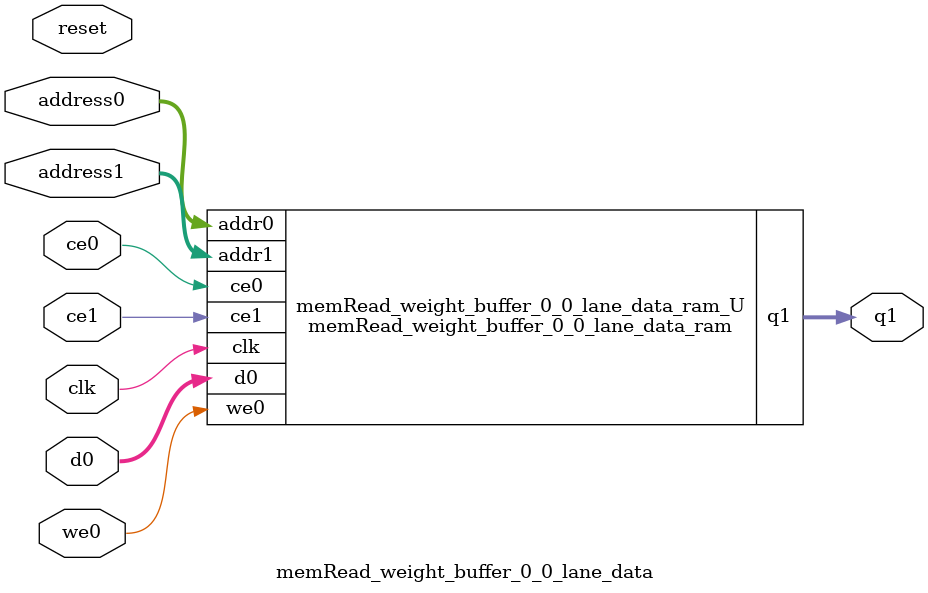
<source format=v>
`timescale 1 ns / 1 ps
module memRead_weight_buffer_0_0_lane_data_ram (addr0, ce0, d0, we0, addr1, ce1, q1,  clk);

parameter DWIDTH = 8;
parameter AWIDTH = 13;
parameter MEM_SIZE = 6272;

input[AWIDTH-1:0] addr0;
input ce0;
input[DWIDTH-1:0] d0;
input we0;
input[AWIDTH-1:0] addr1;
input ce1;
output reg[DWIDTH-1:0] q1;
input clk;

reg [DWIDTH-1:0] ram[0:MEM_SIZE-1];




always @(posedge clk)  
begin 
    if (ce0) begin
        if (we0) 
            ram[addr0] <= d0; 
    end
end


always @(posedge clk)  
begin 
    if (ce1) begin
        q1 <= ram[addr1];
    end
end


endmodule

`timescale 1 ns / 1 ps
module memRead_weight_buffer_0_0_lane_data(
    reset,
    clk,
    address0,
    ce0,
    we0,
    d0,
    address1,
    ce1,
    q1);

parameter DataWidth = 32'd8;
parameter AddressRange = 32'd6272;
parameter AddressWidth = 32'd13;
input reset;
input clk;
input[AddressWidth - 1:0] address0;
input ce0;
input we0;
input[DataWidth - 1:0] d0;
input[AddressWidth - 1:0] address1;
input ce1;
output[DataWidth - 1:0] q1;



memRead_weight_buffer_0_0_lane_data_ram memRead_weight_buffer_0_0_lane_data_ram_U(
    .clk( clk ),
    .addr0( address0 ),
    .ce0( ce0 ),
    .we0( we0 ),
    .d0( d0 ),
    .addr1( address1 ),
    .ce1( ce1 ),
    .q1( q1 ));

endmodule


</source>
